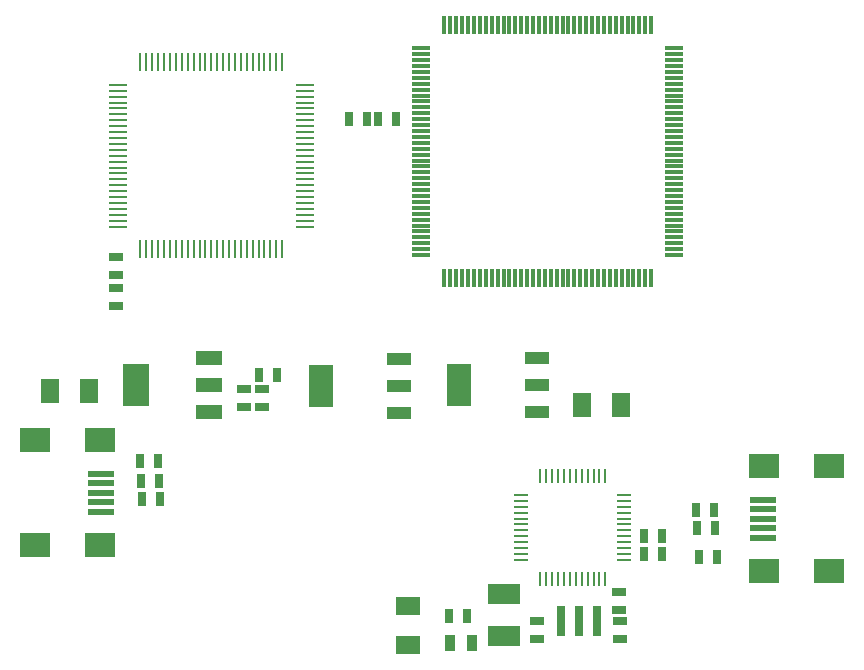
<source format=gtp>
G04 #@! TF.FileFunction,Paste,Top*
%FSLAX46Y46*%
G04 Gerber Fmt 4.6, Leading zero omitted, Abs format (unit mm)*
G04 Created by KiCad (PCBNEW no-vcs-found-product) date mié 22 jul 2015 02:19:54 COT*
%MOMM*%
G01*
G04 APERTURE LIST*
%ADD10C,0.100000*%
%ADD11R,0.635000X1.143000*%
%ADD12R,1.524000X2.032000*%
%ADD13R,1.143000X0.635000*%
%ADD14R,2.235200X1.219200*%
%ADD15R,2.235200X3.606800*%
%ADD16R,1.550000X0.300000*%
%ADD17R,0.300000X1.550000*%
%ADD18R,1.500000X0.280000*%
%ADD19R,0.280000X1.500000*%
%ADD20R,2.032000X3.657600*%
%ADD21R,2.032000X1.016000*%
%ADD22R,2.794000X1.778000*%
%ADD23R,1.300000X0.250000*%
%ADD24R,0.250000X1.300000*%
%ADD25R,0.889000X1.397000*%
%ADD26R,2.032000X1.524000*%
%ADD27R,2.301240X0.500380*%
%ADD28R,2.499360X1.998980*%
%ADD29R,0.800000X2.600000*%
G04 APERTURE END LIST*
D10*
D11*
X40813800Y-108224900D03*
X42337800Y-108224900D03*
D12*
X26412000Y-109520300D03*
X23110000Y-109520300D03*
D13*
X39537600Y-109405600D03*
X39537600Y-110929600D03*
X28722240Y-98195560D03*
X28722240Y-99719560D03*
X41042400Y-109393300D03*
X41042400Y-110917300D03*
X28752240Y-102369560D03*
X28752240Y-100845560D03*
D14*
X36588800Y-111366000D03*
X36588800Y-109080000D03*
X36588800Y-106794000D03*
D15*
X30391200Y-109080000D03*
D16*
X54580000Y-80550000D03*
X54580000Y-81050000D03*
X54580000Y-81550000D03*
X54580000Y-82050000D03*
X54580000Y-82550000D03*
X54580000Y-83050000D03*
X54580000Y-83550000D03*
X54580000Y-84050000D03*
X54580000Y-84550000D03*
X54580000Y-85050000D03*
X54580000Y-85550000D03*
X54580000Y-86050000D03*
X54580000Y-86550000D03*
X54580000Y-87050000D03*
X54580000Y-87550000D03*
X54580000Y-88050000D03*
X54580000Y-88550000D03*
X54580000Y-89050000D03*
X54580000Y-89550000D03*
X54580000Y-90050000D03*
X54580000Y-90550000D03*
X54580000Y-91050000D03*
X54580000Y-91550000D03*
X54580000Y-92050000D03*
X54580000Y-92550000D03*
X54580000Y-93050000D03*
X54580000Y-93550000D03*
X54580000Y-94050000D03*
X54580000Y-94550000D03*
X54580000Y-95050000D03*
X54580000Y-95550000D03*
X54580000Y-96050000D03*
X54580000Y-96550000D03*
X54580000Y-97050000D03*
X54580000Y-97550000D03*
X54580000Y-98050000D03*
D17*
X56530000Y-100000000D03*
X57030000Y-100000000D03*
X57530000Y-100000000D03*
X58030000Y-100000000D03*
X58530000Y-100000000D03*
X59030000Y-100000000D03*
X59530000Y-100000000D03*
X60030000Y-100000000D03*
X60530000Y-100000000D03*
X61030000Y-100000000D03*
X61530000Y-100000000D03*
X62030000Y-100000000D03*
X62530000Y-100000000D03*
X63030000Y-100000000D03*
X63530000Y-100000000D03*
X64030000Y-100000000D03*
X64530000Y-100000000D03*
X65030000Y-100000000D03*
X65530000Y-100000000D03*
X66030000Y-100000000D03*
X66530000Y-100000000D03*
X67030000Y-100000000D03*
X67530000Y-100000000D03*
X68030000Y-100000000D03*
X68530000Y-100000000D03*
X69030000Y-100000000D03*
X69530000Y-100000000D03*
X70030000Y-100000000D03*
X70530000Y-100000000D03*
X71030000Y-100000000D03*
X71530000Y-100000000D03*
X72030000Y-100000000D03*
X72530000Y-100000000D03*
X73030000Y-100000000D03*
X73530000Y-100000000D03*
X74030000Y-100000000D03*
D16*
X75980000Y-98050000D03*
X75980000Y-97550000D03*
X75980000Y-97050000D03*
X75980000Y-96550000D03*
X75980000Y-96050000D03*
X75980000Y-95550000D03*
X75980000Y-95050000D03*
X75980000Y-94550000D03*
X75980000Y-94050000D03*
X75980000Y-93550000D03*
X75980000Y-93050000D03*
X75980000Y-92550000D03*
X75980000Y-92050000D03*
X75980000Y-91550000D03*
X75980000Y-91050000D03*
X75980000Y-90550000D03*
X75980000Y-90050000D03*
X75980000Y-89550000D03*
X75980000Y-89050000D03*
X75980000Y-88550000D03*
X75980000Y-88050000D03*
X75980000Y-87550000D03*
X75980000Y-87050000D03*
X75980000Y-86550000D03*
X75980000Y-86050000D03*
X75980000Y-85550000D03*
X75980000Y-85050000D03*
X75980000Y-84550000D03*
X75980000Y-84050000D03*
X75980000Y-83550000D03*
X75980000Y-83050000D03*
X75980000Y-82550000D03*
X75980000Y-82050000D03*
X75980000Y-81550000D03*
X75980000Y-81050000D03*
X75980000Y-80550000D03*
D17*
X74030000Y-78600000D03*
X73530000Y-78600000D03*
X73030000Y-78600000D03*
X72530000Y-78600000D03*
X72030000Y-78600000D03*
X71530000Y-78600000D03*
X71030000Y-78600000D03*
X70530000Y-78600000D03*
X70030000Y-78600000D03*
X69530000Y-78600000D03*
X69030000Y-78600000D03*
X68530000Y-78600000D03*
X68030000Y-78600000D03*
X67530000Y-78600000D03*
X67030000Y-78600000D03*
X66530000Y-78600000D03*
X66030000Y-78600000D03*
X65530000Y-78600000D03*
X65030000Y-78600000D03*
X64530000Y-78600000D03*
X64030000Y-78600000D03*
X63530000Y-78600000D03*
X63030000Y-78600000D03*
X62530000Y-78600000D03*
X62030000Y-78600000D03*
X61530000Y-78600000D03*
X61030000Y-78600000D03*
X60530000Y-78600000D03*
X60030000Y-78600000D03*
X59530000Y-78600000D03*
X59030000Y-78600000D03*
X58530000Y-78600000D03*
X58030000Y-78600000D03*
X57530000Y-78600000D03*
X57030000Y-78600000D03*
X56530000Y-78600000D03*
D18*
X44690000Y-95640000D03*
X44690000Y-95140000D03*
X44690000Y-94640000D03*
X44690000Y-94140000D03*
X44690000Y-93640000D03*
X44690000Y-93140000D03*
X44690000Y-92640000D03*
X44690000Y-92140000D03*
X44690000Y-91640000D03*
X44690000Y-91140000D03*
X44690000Y-90640000D03*
X44690000Y-90140000D03*
X44690000Y-89640000D03*
X44690000Y-89140000D03*
X44690000Y-88640000D03*
X44690000Y-88140000D03*
X44690000Y-87640000D03*
X44690000Y-87140000D03*
X44690000Y-86640000D03*
X44690000Y-86140000D03*
X44690000Y-85640000D03*
X44690000Y-85140000D03*
X44690000Y-84640000D03*
X44690000Y-84140000D03*
X44690000Y-83640000D03*
D19*
X42790000Y-81740000D03*
X42290000Y-81740000D03*
X41790000Y-81740000D03*
X41290000Y-81740000D03*
X40790000Y-81740000D03*
X40290000Y-81740000D03*
X39790000Y-81740000D03*
X39290000Y-81740000D03*
X38790000Y-81740000D03*
X38290000Y-81740000D03*
X37790000Y-81740000D03*
X37290000Y-81740000D03*
X36790000Y-81740000D03*
X36290000Y-81740000D03*
X35790000Y-81740000D03*
X35290000Y-81740000D03*
X34790000Y-81740000D03*
X34290000Y-81740000D03*
X33790000Y-81740000D03*
X33290000Y-81740000D03*
X32790000Y-81740000D03*
X32290000Y-81740000D03*
X31790000Y-81740000D03*
X31290000Y-81740000D03*
X30790000Y-81740000D03*
D18*
X28890000Y-83640000D03*
X28890000Y-84140000D03*
X28890000Y-84640000D03*
X28890000Y-85140000D03*
X28890000Y-85640000D03*
X28890000Y-86140000D03*
X28890000Y-86640000D03*
X28890000Y-87140000D03*
X28890000Y-87640000D03*
X28890000Y-88140000D03*
X28890000Y-88640000D03*
X28890000Y-89140000D03*
X28890000Y-89640000D03*
X28890000Y-90140000D03*
X28890000Y-90640000D03*
X28890000Y-91140000D03*
X28890000Y-91640000D03*
X28890000Y-92140000D03*
X28890000Y-92640000D03*
X28890000Y-93140000D03*
X28890000Y-93640000D03*
X28890000Y-94140000D03*
X28890000Y-94640000D03*
X28890000Y-95140000D03*
X28890000Y-95640000D03*
D19*
X30790000Y-97540000D03*
X31290000Y-97540000D03*
X31790000Y-97540000D03*
X32290000Y-97540000D03*
X32790000Y-97540000D03*
X33290000Y-97540000D03*
X33790000Y-97540000D03*
X34290000Y-97540000D03*
X34790000Y-97540000D03*
X35290000Y-97540000D03*
X35790000Y-97540000D03*
X36290000Y-97540000D03*
X36790000Y-97540000D03*
X37290000Y-97540000D03*
X37790000Y-97540000D03*
X38290000Y-97540000D03*
X38790000Y-97540000D03*
X39290000Y-97540000D03*
X39790000Y-97540000D03*
X40290000Y-97540000D03*
X40790000Y-97540000D03*
X41290000Y-97540000D03*
X41790000Y-97540000D03*
X42290000Y-97540000D03*
X42790000Y-97540000D03*
D12*
X68149000Y-110720000D03*
X71451000Y-110720000D03*
D20*
X57748000Y-109080000D03*
D21*
X64352000Y-109080000D03*
X64352000Y-106794000D03*
X64352000Y-111366000D03*
D20*
X46068000Y-109110000D03*
D21*
X52672000Y-109110000D03*
X52672000Y-106824000D03*
X52672000Y-111396000D03*
D11*
X52452000Y-86560000D03*
X50928000Y-86560000D03*
X48468000Y-86560000D03*
X49992000Y-86560000D03*
X56948000Y-128580000D03*
X58472000Y-128580000D03*
D22*
X61580000Y-130278000D03*
X61580000Y-126722000D03*
D13*
X71340000Y-126568000D03*
X71340000Y-128092000D03*
X64400000Y-130582000D03*
X64400000Y-129058000D03*
X71350000Y-130592000D03*
X71350000Y-129068000D03*
D23*
X71750000Y-123860000D03*
X71750000Y-123360000D03*
X71750000Y-122860000D03*
X71750000Y-122360000D03*
X71750000Y-121860000D03*
X71750000Y-121360000D03*
X71750000Y-120860000D03*
X71750000Y-120360000D03*
X71750000Y-119860000D03*
X71750000Y-119360000D03*
X71750000Y-118860000D03*
X71750000Y-118360000D03*
D24*
X70150000Y-116760000D03*
X69650000Y-116760000D03*
X69150000Y-116760000D03*
X68650000Y-116760000D03*
X68150000Y-116760000D03*
X67650000Y-116760000D03*
X67150000Y-116760000D03*
X66650000Y-116760000D03*
X66150000Y-116760000D03*
X65650000Y-116760000D03*
X65150000Y-116760000D03*
X64650000Y-116760000D03*
D23*
X63050000Y-118360000D03*
X63050000Y-118860000D03*
X63050000Y-119360000D03*
X63050000Y-119860000D03*
X63050000Y-120360000D03*
X63050000Y-120860000D03*
X63050000Y-121360000D03*
X63050000Y-121860000D03*
X63050000Y-122360000D03*
X63050000Y-122860000D03*
X63050000Y-123360000D03*
X63050000Y-123860000D03*
D24*
X64650000Y-125460000D03*
X65150000Y-125460000D03*
X65650000Y-125460000D03*
X66150000Y-125460000D03*
X66650000Y-125460000D03*
X67150000Y-125460000D03*
X67650000Y-125460000D03*
X68150000Y-125460000D03*
X68650000Y-125460000D03*
X69150000Y-125460000D03*
X69650000Y-125460000D03*
X70150000Y-125460000D03*
D25*
X56957500Y-130920000D03*
X58862500Y-130920000D03*
D11*
X79402000Y-121130000D03*
X77878000Y-121130000D03*
X79362000Y-119620000D03*
X77838000Y-119620000D03*
X73438000Y-123380000D03*
X74962000Y-123380000D03*
X74942000Y-121870000D03*
X73418000Y-121870000D03*
D26*
X53420000Y-131071000D03*
X53420000Y-127769000D03*
D27*
X83500680Y-121970200D03*
X83500680Y-121170100D03*
X83500680Y-120370000D03*
X83500680Y-119569900D03*
X83500680Y-118769800D03*
D28*
X83599740Y-124820080D03*
X89098840Y-124820080D03*
X83599740Y-115919920D03*
X89098840Y-115919920D03*
D11*
X79582000Y-123580000D03*
X78058000Y-123580000D03*
X30758000Y-115530000D03*
X32282000Y-115530000D03*
D27*
X27489320Y-116589800D03*
X27489320Y-117389900D03*
X27489320Y-118190000D03*
X27489320Y-118990100D03*
X27489320Y-119790200D03*
D28*
X27390260Y-113739920D03*
X21891160Y-113739920D03*
X27390260Y-122640080D03*
X21891160Y-122640080D03*
D11*
X30858000Y-117210000D03*
X32382000Y-117210000D03*
X30898000Y-118730000D03*
X32422000Y-118730000D03*
D29*
X67920000Y-129060000D03*
X66420000Y-129060000D03*
X69420000Y-129060000D03*
M02*

</source>
